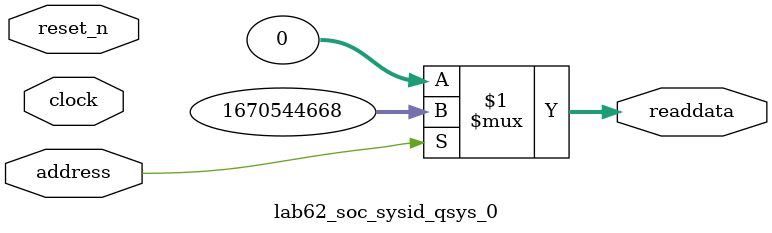
<source format=v>



// synthesis translate_off
`timescale 1ns / 1ps
// synthesis translate_on

// turn off superfluous verilog processor warnings 
// altera message_level Level1 
// altera message_off 10034 10035 10036 10037 10230 10240 10030 

module lab62_soc_sysid_qsys_0 (
               // inputs:
                address,
                clock,
                reset_n,

               // outputs:
                readdata
             )
;

  output  [ 31: 0] readdata;
  input            address;
  input            clock;
  input            reset_n;

  wire    [ 31: 0] readdata;
  //control_slave, which is an e_avalon_slave
  assign readdata = address ? 1670544668 : 0;

endmodule



</source>
